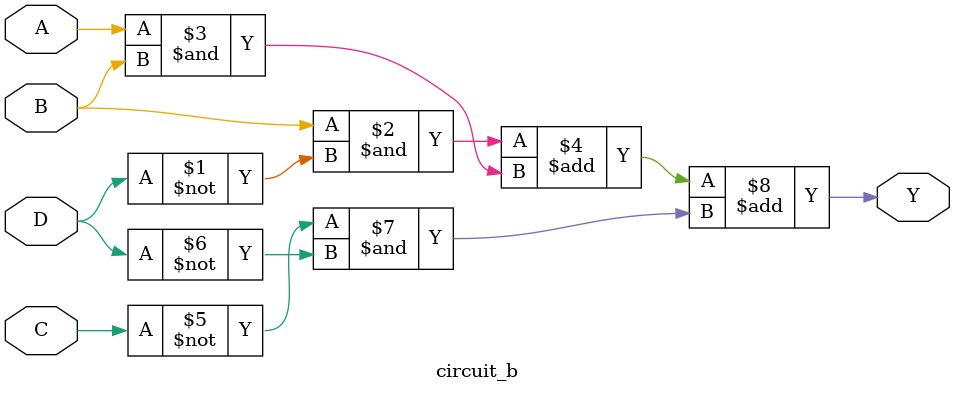
<source format=v>
module circuit_b(
    // Declare inputs
    // Declare Y output
    input A,B,C,D,
    output Y
);
    // Enter logic equation here
    assign Y = (B & ~D) + (A & B) + (~C & ~D);
    
endmodule

</source>
